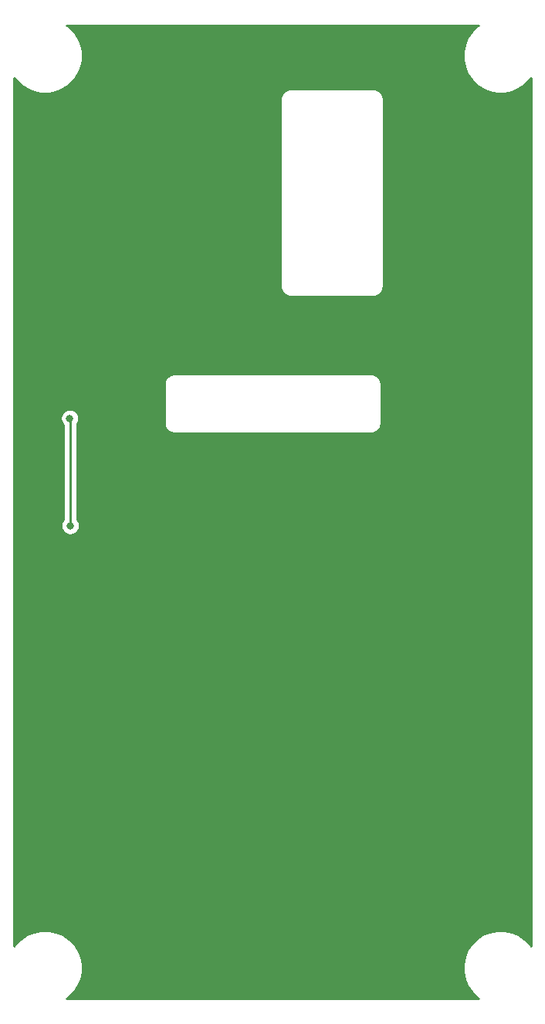
<source format=gbr>
%TF.GenerationSoftware,KiCad,Pcbnew,5.1.10*%
%TF.CreationDate,2021-12-05T17:02:08-05:00*%
%TF.ProjectId,display,64697370-6c61-4792-9e6b-696361645f70,v1.0*%
%TF.SameCoordinates,Original*%
%TF.FileFunction,Copper,L1,Top*%
%TF.FilePolarity,Positive*%
%FSLAX46Y46*%
G04 Gerber Fmt 4.6, Leading zero omitted, Abs format (unit mm)*
G04 Created by KiCad (PCBNEW 5.1.10) date 2021-12-05 17:02:08*
%MOMM*%
%LPD*%
G01*
G04 APERTURE LIST*
%TA.AperFunction,ViaPad*%
%ADD10C,0.800000*%
%TD*%
%TA.AperFunction,Conductor*%
%ADD11C,0.250000*%
%TD*%
%TA.AperFunction,Conductor*%
%ADD12C,0.100000*%
%TD*%
G04 APERTURE END LIST*
D10*
%TO.N,GND*%
X205750000Y-137250000D03*
X203750000Y-137250000D03*
X201750000Y-137250000D03*
X213750000Y-137250000D03*
X211750000Y-137250000D03*
X209750000Y-137250000D03*
X220500000Y-129500000D03*
X218500000Y-129500000D03*
X216500000Y-129500000D03*
X214500000Y-129500000D03*
X228250000Y-129500000D03*
X229000000Y-108500000D03*
X227000000Y-133750000D03*
X227000000Y-135500000D03*
X227000000Y-137500000D03*
X227000000Y-139500000D03*
X227000000Y-141500000D03*
X227000000Y-143500000D03*
X227000000Y-145500000D03*
X227000000Y-147500000D03*
X227000000Y-149500000D03*
X222500000Y-133500000D03*
X222500000Y-135500000D03*
X222500000Y-137500000D03*
X222500000Y-139500000D03*
X222500000Y-141500000D03*
X222500000Y-143500000D03*
X222500000Y-145500000D03*
X222500000Y-147500000D03*
X222500000Y-149500000D03*
X227000000Y-151500000D03*
X226500000Y-153500000D03*
X225000000Y-155000000D03*
X223500000Y-156500000D03*
X222000000Y-158000000D03*
X221750000Y-160250000D03*
X221750000Y-162250000D03*
X221750000Y-164250000D03*
X221750000Y-166250000D03*
X221750000Y-168250000D03*
X221750000Y-170250000D03*
X221750000Y-172250000D03*
X222000000Y-151500000D03*
X220500000Y-153000000D03*
X219000000Y-154500000D03*
X217500000Y-156000000D03*
X217250000Y-158000000D03*
X217250000Y-160000000D03*
X217250000Y-162000000D03*
X217250000Y-164000000D03*
X217250000Y-166000000D03*
X217250000Y-168000000D03*
X217250000Y-170000000D03*
X217250000Y-172000000D03*
X229250000Y-132250000D03*
X230750000Y-137500000D03*
X228750000Y-137500000D03*
X223250000Y-111750000D03*
X227500000Y-113000000D03*
X234250000Y-113000000D03*
X235750000Y-114500000D03*
X235750000Y-116500000D03*
X235750000Y-118500000D03*
X235750000Y-120500000D03*
X235750000Y-122500000D03*
X235750000Y-124500000D03*
X235750000Y-126500000D03*
X235750000Y-128500000D03*
X235750000Y-130500000D03*
X235750000Y-132500000D03*
X235750000Y-134500000D03*
X235750000Y-136500000D03*
X235750000Y-138500000D03*
X235750000Y-140500000D03*
X235750000Y-142500000D03*
X235750000Y-144500000D03*
X235750000Y-146500000D03*
X235750000Y-148500000D03*
X235750000Y-150500000D03*
X235750000Y-152500000D03*
X235750000Y-154500000D03*
X235750000Y-156500000D03*
X235750000Y-158500000D03*
X235750000Y-160500000D03*
X235750000Y-162500000D03*
X235750000Y-164500000D03*
X232750000Y-111500000D03*
X230750000Y-111250000D03*
X229000000Y-114500000D03*
X231000000Y-114500000D03*
X232250000Y-116000000D03*
X232250000Y-118000000D03*
X232250000Y-120000000D03*
X232250000Y-122000000D03*
X232250000Y-124000000D03*
X232250000Y-126000000D03*
X232250000Y-128000000D03*
X232250000Y-130000000D03*
X232250000Y-132000000D03*
X232250000Y-134000000D03*
X232250000Y-136000000D03*
X232250000Y-138000000D03*
X232250000Y-140000000D03*
X232250000Y-142000000D03*
X232250000Y-144000000D03*
X232250000Y-146000000D03*
X232250000Y-148000000D03*
X232250000Y-150000000D03*
X232250000Y-152000000D03*
X232250000Y-154000000D03*
X232250000Y-156000000D03*
X232250000Y-158000000D03*
X232250000Y-160000000D03*
X232250000Y-162000000D03*
X232250000Y-164000000D03*
X230750000Y-165500000D03*
X229250000Y-167000000D03*
X227750000Y-168500000D03*
X226250000Y-170000000D03*
X224750000Y-171500000D03*
X223250000Y-173000000D03*
X222500000Y-174500000D03*
X222500000Y-178250000D03*
X235000000Y-166250000D03*
X233500000Y-167750000D03*
X232000000Y-169250000D03*
X230500000Y-170750000D03*
X229000000Y-172250000D03*
X227500000Y-173750000D03*
X226500000Y-178250000D03*
X216500000Y-178250000D03*
X216500000Y-174250000D03*
X211750000Y-129500000D03*
X199750000Y-138500000D03*
X216500000Y-132500000D03*
X218500000Y-132500000D03*
X220500000Y-132500000D03*
X196750000Y-138500000D03*
X219750000Y-126000000D03*
X206250000Y-123500000D03*
X208500000Y-148000000D03*
X210000000Y-148000000D03*
X208500000Y-146500000D03*
X206750000Y-146250000D03*
X205500000Y-145750000D03*
X205500000Y-144250000D03*
X247500000Y-85000000D03*
X247500000Y-90000000D03*
X247500000Y-95000000D03*
X247500000Y-100000000D03*
X247500000Y-105000000D03*
X247500000Y-110000000D03*
X247500000Y-115000000D03*
X247500000Y-120000000D03*
X247500000Y-125000000D03*
X247500000Y-130000000D03*
X247500000Y-135000000D03*
X247500000Y-140000000D03*
X247500000Y-145000000D03*
X247500000Y-150000000D03*
X247500000Y-155000000D03*
X247500000Y-160000000D03*
X247500000Y-165000000D03*
X247500000Y-170000000D03*
X247500000Y-175000000D03*
X192500000Y-85000000D03*
X192500000Y-90000000D03*
X192500000Y-95000000D03*
X192500000Y-100000000D03*
X192500000Y-105000000D03*
X192500000Y-110000000D03*
X192500000Y-115000000D03*
X192500000Y-120000000D03*
X192500000Y-125000000D03*
X192500000Y-130000000D03*
X192500000Y-135000000D03*
X192500000Y-140000000D03*
X192500000Y-145000000D03*
X192500000Y-150000000D03*
X192500000Y-155000000D03*
X192500000Y-160000000D03*
X192500000Y-165000000D03*
X192500000Y-170000000D03*
X192500000Y-175000000D03*
X240000000Y-77500000D03*
X200000000Y-77500000D03*
X205000000Y-77500000D03*
X210000000Y-77500000D03*
X215000000Y-77500000D03*
X220000000Y-77500000D03*
X225000000Y-77500000D03*
X230000000Y-77500000D03*
X235000000Y-77500000D03*
X200000000Y-182500000D03*
X205000000Y-182500000D03*
X210000000Y-182500000D03*
X215000000Y-182500000D03*
X220000000Y-182500000D03*
X225000000Y-182500000D03*
X230000000Y-182500000D03*
X235000000Y-182500000D03*
X240000000Y-182500000D03*
X199000000Y-123500000D03*
X199000000Y-126000000D03*
X196750000Y-123500000D03*
X196750000Y-126250000D03*
%TO.N,/~RESET*%
X197800000Y-131500000D03*
X197750000Y-119750000D03*
%TD*%
D11*
%TO.N,/~RESET*%
X197800000Y-131500000D02*
X197800000Y-119800000D01*
X197800000Y-119800000D02*
X197750000Y-119750000D01*
%TD*%
%TO.N,GND*%
X242370466Y-76795903D02*
X241795903Y-77370466D01*
X241344473Y-78046080D01*
X241033522Y-78796782D01*
X240875000Y-79593723D01*
X240875000Y-80406277D01*
X241033522Y-81203218D01*
X241344473Y-81953920D01*
X241795903Y-82629534D01*
X242370466Y-83204097D01*
X243046080Y-83655527D01*
X243796782Y-83966478D01*
X244593723Y-84125000D01*
X245406277Y-84125000D01*
X246203218Y-83966478D01*
X246953920Y-83655527D01*
X247629534Y-83204097D01*
X248204097Y-82629534D01*
X248350001Y-82411173D01*
X248350000Y-177588826D01*
X248204097Y-177370466D01*
X247629534Y-176795903D01*
X246953920Y-176344473D01*
X246203218Y-176033522D01*
X245406277Y-175875000D01*
X244593723Y-175875000D01*
X243796782Y-176033522D01*
X243046080Y-176344473D01*
X242370466Y-176795903D01*
X241795903Y-177370466D01*
X241344473Y-178046080D01*
X241033522Y-178796782D01*
X240875000Y-179593723D01*
X240875000Y-180406277D01*
X241033522Y-181203218D01*
X241344473Y-181953920D01*
X241795903Y-182629534D01*
X242370466Y-183204097D01*
X242588826Y-183350000D01*
X197411174Y-183350000D01*
X197629534Y-183204097D01*
X198204097Y-182629534D01*
X198655527Y-181953920D01*
X198966478Y-181203218D01*
X199125000Y-180406277D01*
X199125000Y-179593723D01*
X198966478Y-178796782D01*
X198655527Y-178046080D01*
X198204097Y-177370466D01*
X197629534Y-176795903D01*
X196953920Y-176344473D01*
X196203218Y-176033522D01*
X195406277Y-175875000D01*
X194593723Y-175875000D01*
X193796782Y-176033522D01*
X193046080Y-176344473D01*
X192370466Y-176795903D01*
X191795903Y-177370466D01*
X191650000Y-177588826D01*
X191650000Y-119649046D01*
X196725000Y-119649046D01*
X196725000Y-119850954D01*
X196764390Y-120048982D01*
X196841656Y-120235520D01*
X196953830Y-120403400D01*
X197050001Y-120499571D01*
X197050000Y-130800430D01*
X197003830Y-130846600D01*
X196891656Y-131014480D01*
X196814390Y-131201018D01*
X196775000Y-131399046D01*
X196775000Y-131600954D01*
X196814390Y-131798982D01*
X196891656Y-131985520D01*
X197003830Y-132153400D01*
X197146600Y-132296170D01*
X197314480Y-132408344D01*
X197501018Y-132485610D01*
X197699046Y-132525000D01*
X197900954Y-132525000D01*
X198098982Y-132485610D01*
X198285520Y-132408344D01*
X198453400Y-132296170D01*
X198596170Y-132153400D01*
X198708344Y-131985520D01*
X198785610Y-131798982D01*
X198825000Y-131600954D01*
X198825000Y-131399046D01*
X198785610Y-131201018D01*
X198708344Y-131014480D01*
X198596170Y-130846600D01*
X198550000Y-130800430D01*
X198550000Y-120397668D01*
X198658344Y-120235520D01*
X198735610Y-120048982D01*
X198775000Y-119850954D01*
X198775000Y-119649046D01*
X198735610Y-119451018D01*
X198658344Y-119264480D01*
X198546170Y-119096600D01*
X198403400Y-118953830D01*
X198235520Y-118841656D01*
X198048982Y-118764390D01*
X197850954Y-118725000D01*
X197649046Y-118725000D01*
X197451018Y-118764390D01*
X197264480Y-118841656D01*
X197096600Y-118953830D01*
X196953830Y-119096600D01*
X196841656Y-119264480D01*
X196764390Y-119451018D01*
X196725000Y-119649046D01*
X191650000Y-119649046D01*
X191650000Y-115968069D01*
X208100000Y-115968069D01*
X208100001Y-120281932D01*
X208102708Y-120309415D01*
X208102687Y-120312402D01*
X208103573Y-120321433D01*
X208108638Y-120369626D01*
X208109406Y-120377422D01*
X208109485Y-120377682D01*
X208113773Y-120418482D01*
X208125616Y-120476179D01*
X208136658Y-120534061D01*
X208139281Y-120542749D01*
X208168137Y-120635968D01*
X208190964Y-120690272D01*
X208213037Y-120744904D01*
X208217298Y-120752917D01*
X208263711Y-120838754D01*
X208296646Y-120887582D01*
X208328912Y-120936890D01*
X208334648Y-120943923D01*
X208396850Y-121019111D01*
X208438627Y-121060597D01*
X208479867Y-121102711D01*
X208486860Y-121108496D01*
X208562481Y-121170172D01*
X208611527Y-121202759D01*
X208660167Y-121236063D01*
X208668151Y-121240379D01*
X208754312Y-121286191D01*
X208808765Y-121308635D01*
X208862922Y-121331847D01*
X208871593Y-121334530D01*
X208871597Y-121334532D01*
X208871602Y-121334533D01*
X208965010Y-121362735D01*
X209022794Y-121374177D01*
X209080431Y-121386428D01*
X209089444Y-121387375D01*
X209089451Y-121387376D01*
X209089457Y-121387376D01*
X209186364Y-121396877D01*
X209218068Y-121400000D01*
X230781932Y-121400000D01*
X230809425Y-121397292D01*
X230812402Y-121397313D01*
X230821433Y-121396427D01*
X230869474Y-121391378D01*
X230877422Y-121390595D01*
X230877687Y-121390515D01*
X230918482Y-121386227D01*
X230976179Y-121374384D01*
X231034061Y-121363342D01*
X231042749Y-121360719D01*
X231135968Y-121331863D01*
X231190272Y-121309036D01*
X231244904Y-121286963D01*
X231252917Y-121282702D01*
X231338754Y-121236289D01*
X231387582Y-121203354D01*
X231436890Y-121171088D01*
X231443923Y-121165352D01*
X231519111Y-121103150D01*
X231560597Y-121061373D01*
X231602711Y-121020133D01*
X231608496Y-121013140D01*
X231670172Y-120937519D01*
X231702759Y-120888473D01*
X231736063Y-120839833D01*
X231740379Y-120831849D01*
X231786191Y-120745688D01*
X231808635Y-120691235D01*
X231831847Y-120637078D01*
X231834530Y-120628408D01*
X231862735Y-120534990D01*
X231874177Y-120477206D01*
X231886428Y-120419569D01*
X231887375Y-120410556D01*
X231887376Y-120410549D01*
X231887376Y-120410543D01*
X231896898Y-120313426D01*
X231900000Y-120281932D01*
X231900000Y-115968068D01*
X231897292Y-115940576D01*
X231897313Y-115937599D01*
X231896427Y-115928567D01*
X231891379Y-115880534D01*
X231890595Y-115872578D01*
X231890515Y-115872313D01*
X231886227Y-115831519D01*
X231874385Y-115773829D01*
X231863342Y-115715939D01*
X231860719Y-115707251D01*
X231831863Y-115614032D01*
X231809036Y-115559728D01*
X231786963Y-115505096D01*
X231782702Y-115497083D01*
X231736289Y-115411245D01*
X231703342Y-115362400D01*
X231671088Y-115313110D01*
X231665352Y-115306077D01*
X231603150Y-115230888D01*
X231561338Y-115189367D01*
X231520133Y-115147289D01*
X231513140Y-115141504D01*
X231437519Y-115079828D01*
X231388439Y-115047219D01*
X231339832Y-115013937D01*
X231331849Y-115009621D01*
X231245688Y-114963809D01*
X231191235Y-114941365D01*
X231137078Y-114918153D01*
X231128408Y-114915470D01*
X231128407Y-114915470D01*
X231128403Y-114915468D01*
X231128398Y-114915467D01*
X231034990Y-114887265D01*
X230977213Y-114875824D01*
X230919569Y-114863572D01*
X230910555Y-114862625D01*
X230910549Y-114862624D01*
X230910544Y-114862624D01*
X230813635Y-114853122D01*
X230781932Y-114850000D01*
X209218068Y-114850000D01*
X209190576Y-114852708D01*
X209187599Y-114852687D01*
X209178567Y-114853573D01*
X209130534Y-114858621D01*
X209122578Y-114859405D01*
X209122313Y-114859485D01*
X209081519Y-114863773D01*
X209023829Y-114875615D01*
X208965939Y-114886658D01*
X208957251Y-114889281D01*
X208864032Y-114918137D01*
X208809728Y-114940964D01*
X208755096Y-114963037D01*
X208747083Y-114967298D01*
X208661245Y-115013711D01*
X208612400Y-115046658D01*
X208563110Y-115078912D01*
X208556077Y-115084648D01*
X208480888Y-115146850D01*
X208439367Y-115188662D01*
X208397289Y-115229867D01*
X208391504Y-115236860D01*
X208329828Y-115312481D01*
X208297219Y-115361561D01*
X208263937Y-115410168D01*
X208259621Y-115418151D01*
X208213809Y-115504312D01*
X208191365Y-115558765D01*
X208168153Y-115612922D01*
X208165470Y-115621592D01*
X208137265Y-115715010D01*
X208125824Y-115772787D01*
X208113572Y-115830431D01*
X208112625Y-115839445D01*
X208112624Y-115839451D01*
X208112624Y-115839456D01*
X208103102Y-115936574D01*
X208100000Y-115968069D01*
X191650000Y-115968069D01*
X191650000Y-105281931D01*
X220850000Y-105281931D01*
X220852708Y-105309424D01*
X220852687Y-105312402D01*
X220853573Y-105321433D01*
X220858624Y-105369489D01*
X220859405Y-105377421D01*
X220859485Y-105377685D01*
X220863773Y-105418482D01*
X220875616Y-105476179D01*
X220886658Y-105534061D01*
X220889281Y-105542749D01*
X220918137Y-105635968D01*
X220940964Y-105690272D01*
X220963037Y-105744904D01*
X220967298Y-105752917D01*
X221013711Y-105838754D01*
X221046646Y-105887582D01*
X221078912Y-105936890D01*
X221084648Y-105943923D01*
X221146850Y-106019111D01*
X221188627Y-106060597D01*
X221229867Y-106102711D01*
X221236860Y-106108496D01*
X221312481Y-106170172D01*
X221361527Y-106202759D01*
X221410167Y-106236063D01*
X221418151Y-106240379D01*
X221504312Y-106286191D01*
X221558765Y-106308635D01*
X221612922Y-106331847D01*
X221621593Y-106334530D01*
X221621597Y-106334532D01*
X221621602Y-106334533D01*
X221715010Y-106362735D01*
X221772794Y-106374177D01*
X221830431Y-106386428D01*
X221839444Y-106387375D01*
X221839451Y-106387376D01*
X221839457Y-106387376D01*
X221936364Y-106396877D01*
X221968068Y-106400000D01*
X231031932Y-106400000D01*
X231059425Y-106397292D01*
X231062402Y-106397313D01*
X231071433Y-106396427D01*
X231119474Y-106391378D01*
X231127422Y-106390595D01*
X231127687Y-106390515D01*
X231168482Y-106386227D01*
X231226179Y-106374384D01*
X231284061Y-106363342D01*
X231292749Y-106360719D01*
X231385968Y-106331863D01*
X231440272Y-106309036D01*
X231494904Y-106286963D01*
X231502917Y-106282702D01*
X231588754Y-106236289D01*
X231637582Y-106203354D01*
X231686890Y-106171088D01*
X231693923Y-106165352D01*
X231769111Y-106103150D01*
X231810597Y-106061373D01*
X231852711Y-106020133D01*
X231858496Y-106013140D01*
X231920172Y-105937519D01*
X231952759Y-105888473D01*
X231986063Y-105839833D01*
X231990379Y-105831849D01*
X232036191Y-105745688D01*
X232058635Y-105691235D01*
X232081847Y-105637078D01*
X232084530Y-105628408D01*
X232112735Y-105534990D01*
X232124177Y-105477206D01*
X232136428Y-105419569D01*
X232137375Y-105410556D01*
X232137376Y-105410549D01*
X232137376Y-105410543D01*
X232146898Y-105313426D01*
X232150000Y-105281932D01*
X232150000Y-84718068D01*
X232147292Y-84690576D01*
X232147313Y-84687599D01*
X232146427Y-84678567D01*
X232141379Y-84630534D01*
X232140595Y-84622578D01*
X232140515Y-84622313D01*
X232136227Y-84581519D01*
X232124385Y-84523829D01*
X232113342Y-84465939D01*
X232110719Y-84457251D01*
X232081863Y-84364032D01*
X232059036Y-84309728D01*
X232036963Y-84255096D01*
X232032702Y-84247083D01*
X231986289Y-84161245D01*
X231953342Y-84112400D01*
X231921088Y-84063110D01*
X231915352Y-84056077D01*
X231853150Y-83980888D01*
X231811338Y-83939367D01*
X231770133Y-83897289D01*
X231763140Y-83891504D01*
X231687519Y-83829828D01*
X231638439Y-83797219D01*
X231589832Y-83763937D01*
X231581849Y-83759621D01*
X231495688Y-83713809D01*
X231441235Y-83691365D01*
X231387078Y-83668153D01*
X231378408Y-83665470D01*
X231378407Y-83665470D01*
X231378403Y-83665468D01*
X231378398Y-83665467D01*
X231284990Y-83637265D01*
X231227213Y-83625824D01*
X231169569Y-83613572D01*
X231160555Y-83612625D01*
X231160549Y-83612624D01*
X231160544Y-83612624D01*
X231063635Y-83603122D01*
X231031932Y-83600000D01*
X221968068Y-83600000D01*
X221940576Y-83602708D01*
X221937599Y-83602687D01*
X221928567Y-83603573D01*
X221880534Y-83608621D01*
X221872578Y-83609405D01*
X221872313Y-83609485D01*
X221831519Y-83613773D01*
X221773829Y-83625615D01*
X221715939Y-83636658D01*
X221707251Y-83639281D01*
X221614032Y-83668137D01*
X221559728Y-83690964D01*
X221505096Y-83713037D01*
X221497083Y-83717298D01*
X221411245Y-83763711D01*
X221362400Y-83796658D01*
X221313110Y-83828912D01*
X221306077Y-83834648D01*
X221230888Y-83896850D01*
X221189367Y-83938662D01*
X221147289Y-83979867D01*
X221141504Y-83986860D01*
X221079828Y-84062481D01*
X221047219Y-84111561D01*
X221013937Y-84160168D01*
X221009621Y-84168151D01*
X220963809Y-84254312D01*
X220941365Y-84308765D01*
X220918153Y-84362922D01*
X220915470Y-84371592D01*
X220887265Y-84465010D01*
X220875824Y-84522787D01*
X220863572Y-84580431D01*
X220862625Y-84589445D01*
X220862624Y-84589451D01*
X220862624Y-84589456D01*
X220853102Y-84686574D01*
X220853102Y-84686583D01*
X220850001Y-84718068D01*
X220850000Y-105281931D01*
X191650000Y-105281931D01*
X191650000Y-82411174D01*
X191795903Y-82629534D01*
X192370466Y-83204097D01*
X193046080Y-83655527D01*
X193796782Y-83966478D01*
X194593723Y-84125000D01*
X195406277Y-84125000D01*
X196203218Y-83966478D01*
X196953920Y-83655527D01*
X197629534Y-83204097D01*
X198204097Y-82629534D01*
X198655527Y-81953920D01*
X198966478Y-81203218D01*
X199125000Y-80406277D01*
X199125000Y-79593723D01*
X198966478Y-78796782D01*
X198655527Y-78046080D01*
X198204097Y-77370466D01*
X197629534Y-76795903D01*
X197411174Y-76650000D01*
X242588826Y-76650000D01*
X242370466Y-76795903D01*
%TA.AperFunction,Conductor*%
D12*
G36*
X242370466Y-76795903D02*
G01*
X241795903Y-77370466D01*
X241344473Y-78046080D01*
X241033522Y-78796782D01*
X240875000Y-79593723D01*
X240875000Y-80406277D01*
X241033522Y-81203218D01*
X241344473Y-81953920D01*
X241795903Y-82629534D01*
X242370466Y-83204097D01*
X243046080Y-83655527D01*
X243796782Y-83966478D01*
X244593723Y-84125000D01*
X245406277Y-84125000D01*
X246203218Y-83966478D01*
X246953920Y-83655527D01*
X247629534Y-83204097D01*
X248204097Y-82629534D01*
X248350001Y-82411173D01*
X248350000Y-177588826D01*
X248204097Y-177370466D01*
X247629534Y-176795903D01*
X246953920Y-176344473D01*
X246203218Y-176033522D01*
X245406277Y-175875000D01*
X244593723Y-175875000D01*
X243796782Y-176033522D01*
X243046080Y-176344473D01*
X242370466Y-176795903D01*
X241795903Y-177370466D01*
X241344473Y-178046080D01*
X241033522Y-178796782D01*
X240875000Y-179593723D01*
X240875000Y-180406277D01*
X241033522Y-181203218D01*
X241344473Y-181953920D01*
X241795903Y-182629534D01*
X242370466Y-183204097D01*
X242588826Y-183350000D01*
X197411174Y-183350000D01*
X197629534Y-183204097D01*
X198204097Y-182629534D01*
X198655527Y-181953920D01*
X198966478Y-181203218D01*
X199125000Y-180406277D01*
X199125000Y-179593723D01*
X198966478Y-178796782D01*
X198655527Y-178046080D01*
X198204097Y-177370466D01*
X197629534Y-176795903D01*
X196953920Y-176344473D01*
X196203218Y-176033522D01*
X195406277Y-175875000D01*
X194593723Y-175875000D01*
X193796782Y-176033522D01*
X193046080Y-176344473D01*
X192370466Y-176795903D01*
X191795903Y-177370466D01*
X191650000Y-177588826D01*
X191650000Y-119649046D01*
X196725000Y-119649046D01*
X196725000Y-119850954D01*
X196764390Y-120048982D01*
X196841656Y-120235520D01*
X196953830Y-120403400D01*
X197050001Y-120499571D01*
X197050000Y-130800430D01*
X197003830Y-130846600D01*
X196891656Y-131014480D01*
X196814390Y-131201018D01*
X196775000Y-131399046D01*
X196775000Y-131600954D01*
X196814390Y-131798982D01*
X196891656Y-131985520D01*
X197003830Y-132153400D01*
X197146600Y-132296170D01*
X197314480Y-132408344D01*
X197501018Y-132485610D01*
X197699046Y-132525000D01*
X197900954Y-132525000D01*
X198098982Y-132485610D01*
X198285520Y-132408344D01*
X198453400Y-132296170D01*
X198596170Y-132153400D01*
X198708344Y-131985520D01*
X198785610Y-131798982D01*
X198825000Y-131600954D01*
X198825000Y-131399046D01*
X198785610Y-131201018D01*
X198708344Y-131014480D01*
X198596170Y-130846600D01*
X198550000Y-130800430D01*
X198550000Y-120397668D01*
X198658344Y-120235520D01*
X198735610Y-120048982D01*
X198775000Y-119850954D01*
X198775000Y-119649046D01*
X198735610Y-119451018D01*
X198658344Y-119264480D01*
X198546170Y-119096600D01*
X198403400Y-118953830D01*
X198235520Y-118841656D01*
X198048982Y-118764390D01*
X197850954Y-118725000D01*
X197649046Y-118725000D01*
X197451018Y-118764390D01*
X197264480Y-118841656D01*
X197096600Y-118953830D01*
X196953830Y-119096600D01*
X196841656Y-119264480D01*
X196764390Y-119451018D01*
X196725000Y-119649046D01*
X191650000Y-119649046D01*
X191650000Y-115968069D01*
X208100000Y-115968069D01*
X208100001Y-120281932D01*
X208102708Y-120309415D01*
X208102687Y-120312402D01*
X208103573Y-120321433D01*
X208108638Y-120369626D01*
X208109406Y-120377422D01*
X208109485Y-120377682D01*
X208113773Y-120418482D01*
X208125616Y-120476179D01*
X208136658Y-120534061D01*
X208139281Y-120542749D01*
X208168137Y-120635968D01*
X208190964Y-120690272D01*
X208213037Y-120744904D01*
X208217298Y-120752917D01*
X208263711Y-120838754D01*
X208296646Y-120887582D01*
X208328912Y-120936890D01*
X208334648Y-120943923D01*
X208396850Y-121019111D01*
X208438627Y-121060597D01*
X208479867Y-121102711D01*
X208486860Y-121108496D01*
X208562481Y-121170172D01*
X208611527Y-121202759D01*
X208660167Y-121236063D01*
X208668151Y-121240379D01*
X208754312Y-121286191D01*
X208808765Y-121308635D01*
X208862922Y-121331847D01*
X208871593Y-121334530D01*
X208871597Y-121334532D01*
X208871602Y-121334533D01*
X208965010Y-121362735D01*
X209022794Y-121374177D01*
X209080431Y-121386428D01*
X209089444Y-121387375D01*
X209089451Y-121387376D01*
X209089457Y-121387376D01*
X209186364Y-121396877D01*
X209218068Y-121400000D01*
X230781932Y-121400000D01*
X230809425Y-121397292D01*
X230812402Y-121397313D01*
X230821433Y-121396427D01*
X230869474Y-121391378D01*
X230877422Y-121390595D01*
X230877687Y-121390515D01*
X230918482Y-121386227D01*
X230976179Y-121374384D01*
X231034061Y-121363342D01*
X231042749Y-121360719D01*
X231135968Y-121331863D01*
X231190272Y-121309036D01*
X231244904Y-121286963D01*
X231252917Y-121282702D01*
X231338754Y-121236289D01*
X231387582Y-121203354D01*
X231436890Y-121171088D01*
X231443923Y-121165352D01*
X231519111Y-121103150D01*
X231560597Y-121061373D01*
X231602711Y-121020133D01*
X231608496Y-121013140D01*
X231670172Y-120937519D01*
X231702759Y-120888473D01*
X231736063Y-120839833D01*
X231740379Y-120831849D01*
X231786191Y-120745688D01*
X231808635Y-120691235D01*
X231831847Y-120637078D01*
X231834530Y-120628408D01*
X231862735Y-120534990D01*
X231874177Y-120477206D01*
X231886428Y-120419569D01*
X231887375Y-120410556D01*
X231887376Y-120410549D01*
X231887376Y-120410543D01*
X231896898Y-120313426D01*
X231900000Y-120281932D01*
X231900000Y-115968068D01*
X231897292Y-115940576D01*
X231897313Y-115937599D01*
X231896427Y-115928567D01*
X231891379Y-115880534D01*
X231890595Y-115872578D01*
X231890515Y-115872313D01*
X231886227Y-115831519D01*
X231874385Y-115773829D01*
X231863342Y-115715939D01*
X231860719Y-115707251D01*
X231831863Y-115614032D01*
X231809036Y-115559728D01*
X231786963Y-115505096D01*
X231782702Y-115497083D01*
X231736289Y-115411245D01*
X231703342Y-115362400D01*
X231671088Y-115313110D01*
X231665352Y-115306077D01*
X231603150Y-115230888D01*
X231561338Y-115189367D01*
X231520133Y-115147289D01*
X231513140Y-115141504D01*
X231437519Y-115079828D01*
X231388439Y-115047219D01*
X231339832Y-115013937D01*
X231331849Y-115009621D01*
X231245688Y-114963809D01*
X231191235Y-114941365D01*
X231137078Y-114918153D01*
X231128408Y-114915470D01*
X231128407Y-114915470D01*
X231128403Y-114915468D01*
X231128398Y-114915467D01*
X231034990Y-114887265D01*
X230977213Y-114875824D01*
X230919569Y-114863572D01*
X230910555Y-114862625D01*
X230910549Y-114862624D01*
X230910544Y-114862624D01*
X230813635Y-114853122D01*
X230781932Y-114850000D01*
X209218068Y-114850000D01*
X209190576Y-114852708D01*
X209187599Y-114852687D01*
X209178567Y-114853573D01*
X209130534Y-114858621D01*
X209122578Y-114859405D01*
X209122313Y-114859485D01*
X209081519Y-114863773D01*
X209023829Y-114875615D01*
X208965939Y-114886658D01*
X208957251Y-114889281D01*
X208864032Y-114918137D01*
X208809728Y-114940964D01*
X208755096Y-114963037D01*
X208747083Y-114967298D01*
X208661245Y-115013711D01*
X208612400Y-115046658D01*
X208563110Y-115078912D01*
X208556077Y-115084648D01*
X208480888Y-115146850D01*
X208439367Y-115188662D01*
X208397289Y-115229867D01*
X208391504Y-115236860D01*
X208329828Y-115312481D01*
X208297219Y-115361561D01*
X208263937Y-115410168D01*
X208259621Y-115418151D01*
X208213809Y-115504312D01*
X208191365Y-115558765D01*
X208168153Y-115612922D01*
X208165470Y-115621592D01*
X208137265Y-115715010D01*
X208125824Y-115772787D01*
X208113572Y-115830431D01*
X208112625Y-115839445D01*
X208112624Y-115839451D01*
X208112624Y-115839456D01*
X208103102Y-115936574D01*
X208100000Y-115968069D01*
X191650000Y-115968069D01*
X191650000Y-105281931D01*
X220850000Y-105281931D01*
X220852708Y-105309424D01*
X220852687Y-105312402D01*
X220853573Y-105321433D01*
X220858624Y-105369489D01*
X220859405Y-105377421D01*
X220859485Y-105377685D01*
X220863773Y-105418482D01*
X220875616Y-105476179D01*
X220886658Y-105534061D01*
X220889281Y-105542749D01*
X220918137Y-105635968D01*
X220940964Y-105690272D01*
X220963037Y-105744904D01*
X220967298Y-105752917D01*
X221013711Y-105838754D01*
X221046646Y-105887582D01*
X221078912Y-105936890D01*
X221084648Y-105943923D01*
X221146850Y-106019111D01*
X221188627Y-106060597D01*
X221229867Y-106102711D01*
X221236860Y-106108496D01*
X221312481Y-106170172D01*
X221361527Y-106202759D01*
X221410167Y-106236063D01*
X221418151Y-106240379D01*
X221504312Y-106286191D01*
X221558765Y-106308635D01*
X221612922Y-106331847D01*
X221621593Y-106334530D01*
X221621597Y-106334532D01*
X221621602Y-106334533D01*
X221715010Y-106362735D01*
X221772794Y-106374177D01*
X221830431Y-106386428D01*
X221839444Y-106387375D01*
X221839451Y-106387376D01*
X221839457Y-106387376D01*
X221936364Y-106396877D01*
X221968068Y-106400000D01*
X231031932Y-106400000D01*
X231059425Y-106397292D01*
X231062402Y-106397313D01*
X231071433Y-106396427D01*
X231119474Y-106391378D01*
X231127422Y-106390595D01*
X231127687Y-106390515D01*
X231168482Y-106386227D01*
X231226179Y-106374384D01*
X231284061Y-106363342D01*
X231292749Y-106360719D01*
X231385968Y-106331863D01*
X231440272Y-106309036D01*
X231494904Y-106286963D01*
X231502917Y-106282702D01*
X231588754Y-106236289D01*
X231637582Y-106203354D01*
X231686890Y-106171088D01*
X231693923Y-106165352D01*
X231769111Y-106103150D01*
X231810597Y-106061373D01*
X231852711Y-106020133D01*
X231858496Y-106013140D01*
X231920172Y-105937519D01*
X231952759Y-105888473D01*
X231986063Y-105839833D01*
X231990379Y-105831849D01*
X232036191Y-105745688D01*
X232058635Y-105691235D01*
X232081847Y-105637078D01*
X232084530Y-105628408D01*
X232112735Y-105534990D01*
X232124177Y-105477206D01*
X232136428Y-105419569D01*
X232137375Y-105410556D01*
X232137376Y-105410549D01*
X232137376Y-105410543D01*
X232146898Y-105313426D01*
X232150000Y-105281932D01*
X232150000Y-84718068D01*
X232147292Y-84690576D01*
X232147313Y-84687599D01*
X232146427Y-84678567D01*
X232141379Y-84630534D01*
X232140595Y-84622578D01*
X232140515Y-84622313D01*
X232136227Y-84581519D01*
X232124385Y-84523829D01*
X232113342Y-84465939D01*
X232110719Y-84457251D01*
X232081863Y-84364032D01*
X232059036Y-84309728D01*
X232036963Y-84255096D01*
X232032702Y-84247083D01*
X231986289Y-84161245D01*
X231953342Y-84112400D01*
X231921088Y-84063110D01*
X231915352Y-84056077D01*
X231853150Y-83980888D01*
X231811338Y-83939367D01*
X231770133Y-83897289D01*
X231763140Y-83891504D01*
X231687519Y-83829828D01*
X231638439Y-83797219D01*
X231589832Y-83763937D01*
X231581849Y-83759621D01*
X231495688Y-83713809D01*
X231441235Y-83691365D01*
X231387078Y-83668153D01*
X231378408Y-83665470D01*
X231378407Y-83665470D01*
X231378403Y-83665468D01*
X231378398Y-83665467D01*
X231284990Y-83637265D01*
X231227213Y-83625824D01*
X231169569Y-83613572D01*
X231160555Y-83612625D01*
X231160549Y-83612624D01*
X231160544Y-83612624D01*
X231063635Y-83603122D01*
X231031932Y-83600000D01*
X221968068Y-83600000D01*
X221940576Y-83602708D01*
X221937599Y-83602687D01*
X221928567Y-83603573D01*
X221880534Y-83608621D01*
X221872578Y-83609405D01*
X221872313Y-83609485D01*
X221831519Y-83613773D01*
X221773829Y-83625615D01*
X221715939Y-83636658D01*
X221707251Y-83639281D01*
X221614032Y-83668137D01*
X221559728Y-83690964D01*
X221505096Y-83713037D01*
X221497083Y-83717298D01*
X221411245Y-83763711D01*
X221362400Y-83796658D01*
X221313110Y-83828912D01*
X221306077Y-83834648D01*
X221230888Y-83896850D01*
X221189367Y-83938662D01*
X221147289Y-83979867D01*
X221141504Y-83986860D01*
X221079828Y-84062481D01*
X221047219Y-84111561D01*
X221013937Y-84160168D01*
X221009621Y-84168151D01*
X220963809Y-84254312D01*
X220941365Y-84308765D01*
X220918153Y-84362922D01*
X220915470Y-84371592D01*
X220887265Y-84465010D01*
X220875824Y-84522787D01*
X220863572Y-84580431D01*
X220862625Y-84589445D01*
X220862624Y-84589451D01*
X220862624Y-84589456D01*
X220853102Y-84686574D01*
X220853102Y-84686583D01*
X220850001Y-84718068D01*
X220850000Y-105281931D01*
X191650000Y-105281931D01*
X191650000Y-82411174D01*
X191795903Y-82629534D01*
X192370466Y-83204097D01*
X193046080Y-83655527D01*
X193796782Y-83966478D01*
X194593723Y-84125000D01*
X195406277Y-84125000D01*
X196203218Y-83966478D01*
X196953920Y-83655527D01*
X197629534Y-83204097D01*
X198204097Y-82629534D01*
X198655527Y-81953920D01*
X198966478Y-81203218D01*
X199125000Y-80406277D01*
X199125000Y-79593723D01*
X198966478Y-78796782D01*
X198655527Y-78046080D01*
X198204097Y-77370466D01*
X197629534Y-76795903D01*
X197411174Y-76650000D01*
X242588826Y-76650000D01*
X242370466Y-76795903D01*
G37*
%TD.AperFunction*%
%TD*%
M02*

</source>
